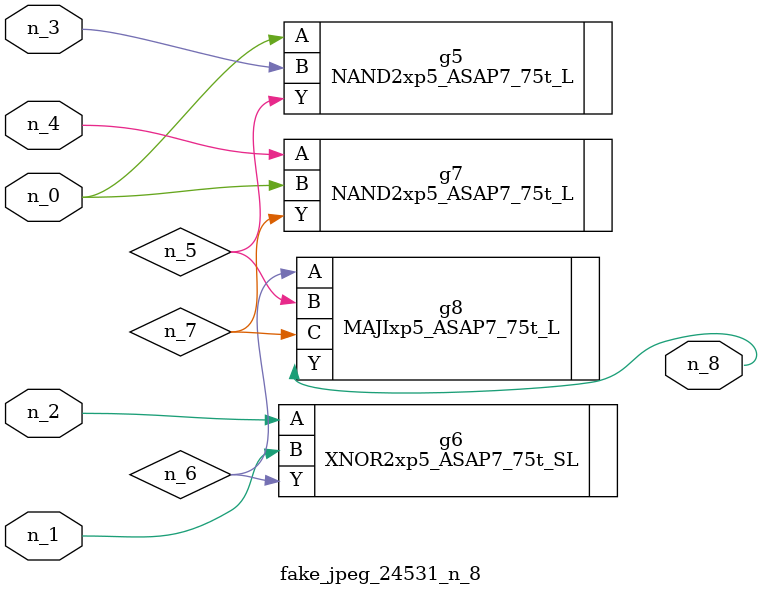
<source format=v>
module fake_jpeg_24531_n_8 (n_3, n_2, n_1, n_0, n_4, n_8);

input n_3;
input n_2;
input n_1;
input n_0;
input n_4;

output n_8;

wire n_6;
wire n_5;
wire n_7;

NAND2xp5_ASAP7_75t_L g5 ( 
.A(n_0),
.B(n_3),
.Y(n_5)
);

XNOR2xp5_ASAP7_75t_SL g6 ( 
.A(n_2),
.B(n_1),
.Y(n_6)
);

NAND2xp5_ASAP7_75t_L g7 ( 
.A(n_4),
.B(n_0),
.Y(n_7)
);

MAJIxp5_ASAP7_75t_L g8 ( 
.A(n_6),
.B(n_5),
.C(n_7),
.Y(n_8)
);


endmodule
</source>
